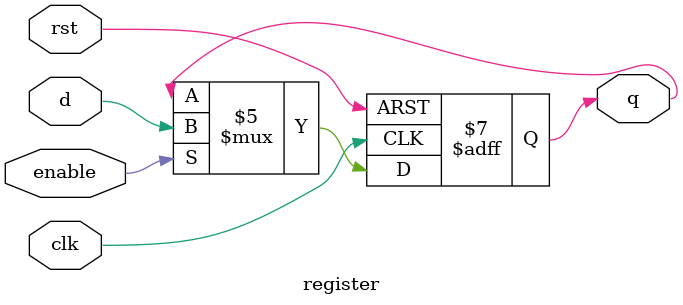
<source format=v>
module register #(
    parameter bus_width=1
) (
    input  wire [bus_width-1:0] d,
    input  wire                 clk,rst,enable,
    output reg  [bus_width-1:0] q
);

always @(posedge clk or negedge rst) begin
    if (!rst) begin
        q<=0;
    end
    else if(enable==1) begin
        q<=d;
    end
    else begin
        q<=q;
    end

end

    
endmodule
</source>
